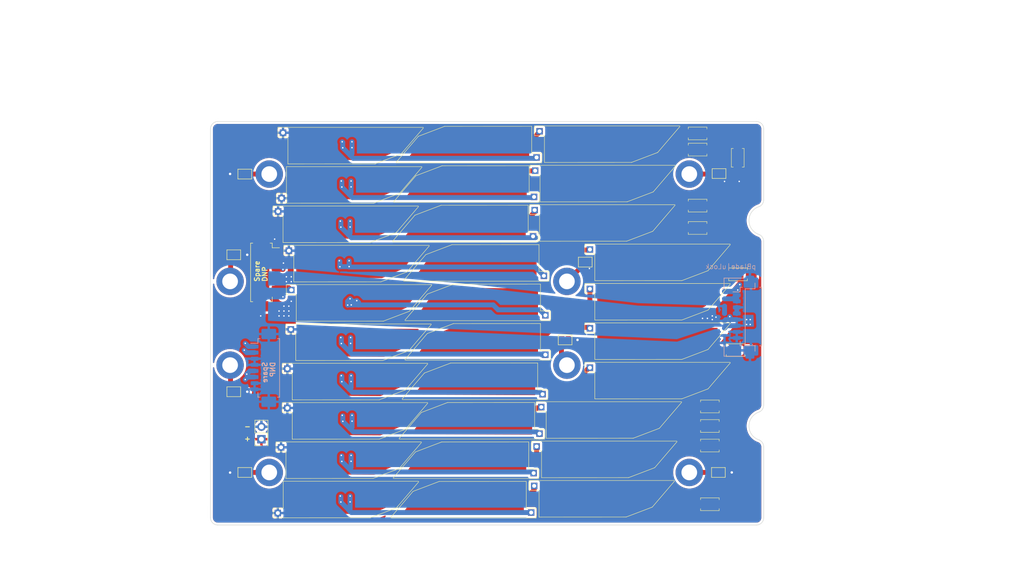
<source format=kicad_pcb>
(kicad_pcb (version 20240108) (generator "pcbnew") (generator_version "8.0")
  (title_block (title "TrisolX 1.25U Solar Panel") (date "2024-08-27") (rev "1") (company "CalgaryToSpace"))
  (layers (0 "F.Cu" signal) (31 "B.Cu" signal) (34 "B.Paste" user) (35 "F.Paste" user) (36 "B.SilkS" user "B.Silkscreen") (37 "F.SilkS" user "F.Silkscreen") (38 "B.Mask" user) (39 "F.Mask" user) (44 "Edge.Cuts" user))
  (net 0 "")
  (net 1 "+VDC")
  (net 2 "GND")
  (net 3 "Net-(SC1-+)")
  (net 4 "Net-(SC1--)")
  (net 5 "Net-(SC4-+)")
  (net 6 "Net-(SC2--)")
  (net 7 "Net-(SC7-+)")
  (net 8 "Net-(SC4--)")
  (net 9 "Net-(SC10-+)")
  (net 10 "Net-(SC5--)")
  (net 11 "Net-(SC13-+)")
  (net 12 "Net-(SC16-+)")
  (net 13 "Net-(SC8--)")
  (net 14 "Net-(SC19-+)")
  (net 15 "Net-(SC7--)")
  (net 16 "Net-(SC22-+)")
  (net 17 "Net-(SC10--)")
  (net 18 "Net-(SC11--)")
  (net 19 "Net-(SC25-+)")
  (net 20 "Net-(SC13--)")
  (net 21 "Net-(SC28-+)")
  (net 22 "Net-(SC14--)")
  (net 23 "Net-(SC16--)")
  (net 24 "Net-(SC17--)")
  (net 25 "Net-(SC19--)")
  (net 26 "Net-(SC20--)")
  (net 27 "Net-(SC22--)")
  (net 28 "Net-(SC23--)")
  (net 29 "Net-(JP3-A)")
  (net 30 "Net-(JP4-A)")
  (net 31 "Net-(JP7-A)")
  (net 32 "Net-(JP8-A)")
  (net 33 "Net-(SC25--)")
  (net 34 "Net-(SC26--)")
  (net 35 "Net-(SC28--)")
  (net 36 "Net-(SC29--)")
  (net 37 "Net-(JP1-A)")
  (net 38 "Net-(JP2-A)")
  (net 39 "Net-(JP5-A)")
  (net 40 "Net-(JP6-A)")
  (footprint "Connector_Molex:Molex_PicoBlade_53261-0871_1x08-1MP_P1.25mm_Horizontal" (layer "F.Cu") (at 85.9 105.6 -90)
    (property "Reference" "J3" (hide yes))
    (property "Value" "Conn_01x08_MountingPin")
  )
  (footprint "Solar Panel Library:TrisolX Solar Wings" (layer "F.Cu") (at 132.9 111.866664 90)
    (property "Reference" "SC14" (hide yes))
    (property "Value" "Solar_Cell" (hide yes))
  )
  (footprint "Solar Panel Library:TrisolX Solar Wings" (layer "F.Cu") (at 151.7125 95.36111 -90)
    (property "Reference" "SC7" (hide yes))
    (property "Value" "Solar_Cell" (hide yes))
  )
  (footprint "Solar Panel Library:PMEG10020AELPX" (layer "F.Cu") (at 177 141 180)
    (property "Reference" "D9" (hide yes))
    (property "Value" "PMEG10020AELPX" (hide yes))
  )
  (footprint "Solar Panel Library:TrisolX Solar Wings" (layer "F.Cu") (at 130.3875 95.733332 90)
    (property "Reference" "SC8" (hide yes))
    (property "Value" "Solar_Cell" (hide yes))
  )
  (footprint "MountingHole:MountingHole_3.2mm_M3_DIN965_Pad" (layer "F.Cu") (at 147.8 124.56)
    (property "Reference" "H6" (hide yes))
    (property "Value" "MountingHole_Pad" (hide yes))
  )
  (footprint "Solar Panel Library:TrisolX Solar Wings" (layer "F.Cu") (at 131.1 79.6 90)
    (property "Reference" "SC2" (hide yes))
    (property "Value" "Solar_Cell" (hide yes))
  )
  (footprint "Solar Panel Library:TrisolX Solar Wings" (layer "F.Cu") (at 163 103.416665 -90)
    (property "Reference" "SC10" (hide yes))
    (property "Value" "Solar_Cell" (hide yes))
  )
  (footprint "Jumper:SolderJumper-2_P1.3mm_Open_Pad1.0x1.5mm" (layer "F.Cu") (at 79.75 130)
    (property "Reference" "JP2" (hide yes))
    (property "Value" "Jumper_2_Open" (hide yes))
  )
  (footprint "Solar Panel Library:TrisolX Solar Wings" (layer "F.Cu") (at 132.3268 127.999996 90)
    (property "Reference" "SC20" (hide yes))
    (property "Value" "Solar_Cell" (hide yes))
  )
  (footprint "MountingHole:MountingHole_3.2mm_M3_DIN965_Pad" (layer "F.Cu") (at 87 85.5)
    (property "Reference" "H3" (hide yes))
    (property "Value" "MountingHole_Pad" (hide yes))
  )
  (footprint "Jumper:SolderJumper-2_P1.3mm_Open_Pad1.0x1.5mm" (layer "F.Cu") (at 82 85.5 180)
    (property "Reference" "JP3" (hide yes))
    (property "Value" "Jumper_2_Open" (hide yes))
  )
  (footprint "MountingHole:MountingHole_3.2mm_M3_DIN965_Pad" (layer "F.Cu") (at 147.8 107.44)
    (property "Reference" "H5" (hide yes))
    (property "Value" "MountingHole_Pad" (hide yes))
  )
  (footprint "Solar Panel Library:TrisolX Solar Wings" (layer "F.Cu") (at 151.6125 151.749995 -90)
    (property "Reference" "SC28" (hide yes))
    (property "Value" "Solar_Cell" (hide yes))
  )
  (footprint "Solar Panel Library:TrisolX Solar Wings" (layer "F.Cu") (at 130.5 144.133328 90)
    (property "Reference" "SC26" (hide yes))
    (property "Value" "Solar_Cell" (hide yes))
  )
  (footprint "Solar Panel Library:TrisolX Solar Wings" (layer "F.Cu") (at 99.9125 143.861104 -90)
    (property "Reference" "SC27" (hide yes))
    (property "Value" "Solar_Cell" (hide yes))
  )
  (footprint "Solar Panel Library:TrisolX Solar Wings" (layer "F.Cu") (at 101.9125 119.74444 -90)
    (property "Reference" "SC18" (hide yes))
    (property "Value" "Solar_Cell" (hide yes))
  )
  (footprint "MountingHole:MountingHole_3.2mm_M3_DIN965_Pad" (layer "F.Cu") (at 172.8 85.5)
    (property "Reference" "H7" (hide yes))
    (property "Value" "MountingHole_Pad" (hide yes))
  )
  (footprint "Jumper:SolderJumper-2_P1.3mm_Open_Pad1.0x1.5mm" (layer "F.Cu") (at 178.8756 85.393)
    (property "Reference" "JP7" (hide yes))
    (property "Value" "Jumper_2_Open" (hide yes))
  )
  (footprint "Solar Panel Library:TrisolX Solar Wings" (layer "F.Cu") (at 132.6 103.799998 90)
    (property "Reference" "SC11" (hide yes))
    (property "Value" "Solar_Cell" (hide yes))
  )
  (footprint "Solar Panel Library:TrisolX Solar Wings" (layer "F.Cu") (at 130 152.199994 90)
    (property "Reference" "SC29" (hide yes))
    (property "Value" "Solar_Cell" (hide yes))
  )
  (footprint "Jumper:SolderJumper-2_P1.3mm_Open_Pad1.0x1.5mm" (layer "F.Cu") (at 79.75 102)
    (property "Reference" "JP1" (hide yes))
    (property "Value" "Jumper_2_Open" (hide yes))
  )
  (footprint "MountingHole:MountingHole_3.2mm_M3_DIN965_Pad" (layer "F.Cu") (at 172.8 146.5)
    (property "Reference" "H8" (hide yes))
    (property "Value" "MountingHole_Pad" (hide yes))
  )
  (footprint "Solar Panel Library:PMEG10020AELPX" (layer "F.Cu") (at 182.696 82.1672 -90)
    (property "Reference" "D11" (hide yes))
    (property "Value" "PMEG10020AELPX" (hide yes))
  )
  (footprint "Solar Panel Library:PMEG10020AELPX" (layer "F.Cu") (at 174.5 96.5182 180)
    (property "Reference" "D4" (hide yes))
    (property "Value" "PMEG10020AELPX" (hide yes))
  )
  (footprint "Jumper:SolderJumper-2_P1.3mm_Open_Pad1.0x1.5mm" (layer "F.Cu") (at 147.4333 119.4036)
    (property "Reference" "JP6" (hide yes))
    (property "Value" "Jumper_2_Open" (hide yes))
  )
  (footprint "Solar Panel Library:PMEG10020AELPX" (layer "F.Cu") (at 177 133 180)
    (property "Reference" "D7" (hide yes))
    (property "Value" "PMEG10020AELPX" (hide yes))
  )
  (footprint "MountingHole:MountingHole_3.2mm_M3_DIN965_Pad" (layer "F.Cu") (at 79 124.56)
    (property "Reference" "H2" (hide yes))
    (property "Value" "MountingHole_Pad" (hide yes))
  )
  (footprint "Jumper:SolderJumper-2_P1.3mm_Open_Pad1.0x1.5mm" (layer "F.Cu") (at 82 146.5 180)
    (property "Reference" "JP4" (hide yes))
    (property "Value" "Jumper_2_Open" (hide yes))
  )
  (footprint "Solar Panel Library:TrisolX Solar Wings" (layer "F.Cu") (at 101.5125 103.666664 -90)
    (property "Reference" "SC12" (hide yes))
    (property "Value" "Solar_Cell" (hide yes))
  )
  (footprint "Solar Panel Library:TrisolX Solar Wings" (layer "F.Cu") (at 130.5875 87.666666 90)
    (property "Reference" "SC5" (hide yes))
    (property "Value" "Solar_Cell" (hide yes))
  )
  (footprint "Solar Panel Library:TrisolX Solar Wings" (layer "F.Cu") (at 152.7125 79.25 -90)
    (property "Reference" "SC1" (hide yes))
    (property "Value" "Solar_Cell" (hide yes))
  )
  (footprint "Solar Panel Library:PMEG10020AELPX" (layer "F.Cu") (at 174.5 91.9462 180)
    (property "Reference" "D3" (hide yes))
    (property "Value" "PMEG10020AELPX" (hide yes))
  )
  (footprint "MountingHole:MountingHole_3.2mm_M3_DIN965_Pad" (layer "F.Cu") (at 87 146.5)
    (property "Reference" "H4" (hide yes))
    (property "Value" "MountingHole_Pad" (hide yes))
  )
  (footprint "Solar Panel Library:PMEG10020AELPX" (layer "F.Cu") (at 182.75 106 180)
    (property "Reference" "D5" (hide yes))
    (property "Value" "PMEG10020AELPX" (hide yes))
  )
  (footprint "Connector_PinHeader_2.54mm:PinHeader_2x01_P2.54mm_Vertical" (layer "F.Cu") (at 85.4 139.7 90)
    (property "Reference" "J4" (hide yes))
    (property "Value" "Conn_01x02")
  )
  (footprint "Solar Panel Library:TrisolX Solar Wings" (layer "F.Cu") (at 102.0125 111.705552 -90)
    (property "Reference" "SC15" (hide yes))
    (property "Value" "Solar_Cell" (hide yes))
  )
  (footprint "Solar Panel Library:TrisolX Solar Wings" (layer "F.Cu") (at 100.3125 79.55 -90)
    (property "Reference" "SC3" (hide yes))
    (property "Value" "Solar_Cell" (hide yes))
  )
  (footprint "Solar Panel Library:TrisolX Solar Wings" (layer "F.Cu") (at 153.0625 135.638885 -90)
    (property "Reference" "SC22" (hide yes))
    (property "Value" "Solar_Cell" (hide yes))
  )
  (footprint "Solar Panel Library:TrisolX Solar Wings" (layer "F.Cu") (at 163 119.527775 -90)
    (property "Reference" "SC16" (hide yes))
    (property "Value" "Solar_Cell" (hide yes))
  )
  (footprint "Jumper:SolderJumper-2_P1.3mm_Open_Pad1.0x1.5mm" (layer "F.Cu") (at 178.744 146.5)
    (property "Reference" "JP8" (hide yes))
    (property "Value" "Jumper_2_Open" (hide yes))
  )
  (footprint "Solar Panel Library:TrisolX Solar Wings" (layer "F.Cu") (at 163 111.47222 -90)
    (property "Reference" "SC13" (hide yes))
    (property "Value" "Solar_Cell" (hide yes))
  )
  (footprint "Jumper:SolderJumper-2_P1.3mm_Open_Pad1.0x1.5mm" (layer "F.Cu") (at 151.55 103.5)
    (property "Reference" "JP5" (hide yes))
    (property "Value" "Jumper_2_Open" (hide yes))
  )
  (footprint "Solar Panel Library:TrisolX Solar Wings" (layer "F.Cu") (at 99.3125 95.627776 -90)
    (property "Reference" "SC9" (hide yes))
    (property "Value" "Solar_Cell" (hide yes))
  )
  (footprint "Solar Panel Library:TrisolX Solar Wings" (layer "F.Cu") (at 101.2 135.822216 -90)
    (property "Reference" "SC24" (hide yes))
    (property "Value" "Solar_Cell" (hide yes))
  )
  (footprint "Solar Panel Library:PMEG10020AELPX" (layer "F.Cu") (at 177 137 180)
    (property "Reference" "D8" (hide yes))
    (property "Value" "PMEG10020AELPX" (hide yes))
  )
  (footprint "Solar Panel Library:TrisolX Solar Wings" (layer "F.Cu") (at 100.0125 87.588888 -90)
    (property "Reference" "SC6" (hide yes))
    (property "Value" "Solar_Cell" (hide yes))
  )
  (footprint "Solar Panel Library:PMEG10020AELPX" (layer "F.Cu") (at 177 153 180)
    (property "Reference" "D10" (hide yes))
    (property "Value" "PMEG10020AELPX" (hide yes))
  )
  (footprint "Solar Panel Library:TrisolX Solar Wings" (layer "F.Cu") (at 152.1125 143.69444 -90)
    (property "Reference" "SC25" (hide yes))
    (property "Value" "Solar_Cell" (hide yes))
  )
  (footprint "Solar Panel Library:TrisolX Solar Wings" (layer "F.Cu") (at 163 127.58333 -90)
    (property "Reference" "SC19" (hide yes))
    (property "Value" "Solar_Cell" (hide yes))
  )
  (footprint "Solar Panel Library:PMEG10020AELPX" (layer "F.Cu") (at 174.5 80.4908 180)
    (property "Reference" "D2" (hide yes))
    (property "Value" "PMEG10020AELPX" (hide yes))
  )
  (footprint "MountingHole:MountingHole_3.2mm_M3_DIN965_Pad" (layer "F.Cu") (at 79 107.44)
    (property "Reference" "H1" (hide yes))
    (property "Value" "MountingHole_Pad" (hide yes))
  )
  (footprint "Solar Panel Library:TrisolX Solar Wings" (layer "F.Cu") (at 151.8125 87.305555 -90)
    (property "Reference" "SC4" (hide yes))
    (property "Value" "Solar_Cell" (hide yes))
  )
  (footprint "Solar Panel Library:TrisolX Solar Wings" (layer "F.Cu") (at 99.35 151.9 -90)
    (property "Reference" "SC30" (hide yes))
    (property "Value" "Solar_Cell" (hide yes))
  )
  (footprint "Solar Panel Library:TrisolX Solar Wings" (layer "F.Cu") (at 101.2 127.783328 -90)
    (property "Reference" "SC21" (hide yes))
    (property "Value" "Solar_Cell" (hide yes))
  )
  (footprint "Solar Panel Library:TrisolX Solar Wings" (layer "F.Cu") (at 131.7 136.066662 90)
    (property "Reference" "SC23" (hide yes))
    (property "Value" "Solar_Cell" (hide yes))
  )
  (footprint "Solar Panel Library:PMEG10020AELPX" (layer "F.Cu") (at 174.5 77.1888 180)
    (property "Reference" "D1" (hide yes))
    (property "Value" "PMEG10020AELPX" (hide yes))
  )
  (footprint "Solar Panel Library:TrisolX Solar Wings" (layer "F.Cu") (at 132.9 119.93333 90)
    (property "Reference" "SC17" (hide yes))
    (property "Value" "Solar_Cell" (hide yes))
  )
  (footprint "Solar Panel Library:PMEG10020AELPX" (layer "F.Cu") (at 182.25 121.5 180)
    (property "Reference" "D6" (hide yes))
    (property "Value" "PMEG10020AELPX" (hide yes))
  )
  (footprint "Connector_Molex:Molex_PicoBlade_53261-0871_1x08-1MP_P1.25mm_Horizontal" (layer "B.Cu") (at 86.4 125.125 -90)
    (property "Reference" "J2" (hide yes))
    (property "Value" "Conn_01x08_MountingPin")
  )
  (footprint "Connector_Molex:Molex_Pico-Lock_504050-0891_1x08-1MP_P1.50mm_Horizontal" (layer "B.Cu") (at 182.795 114.75 -90)
    (property "Reference" "J5" (hide yes))
    (property "Value" "Conn_01x08_MountingPin")
  )
  (footprint "Connector_Molex:Molex_PicoBlade_53261-0871_1x08-1MP_P1.25mm_Horizontal" (layer "B.Cu") (at 184.9 114.625 -90)
    (property "Reference" "J1" (hide yes))
    (property "Value" "Conn_01x08_MountingPin")
  )
  (gr_arc (start 188.00326 155.750895) (mid 187.566795 156.812521) (end 186.506 157.251) (stroke (width 0.1)) (layer "Edge.Cuts"))
  (gr_line (start 188.003273 141.230206) (end 188.00326 155.750895) (stroke (width 0.1)) (layer "Edge.Cuts"))
  (gr_arc (start 186.517406 74.748892) (mid 187.571686 75.190938) (end 188.0046 76.249) (stroke (width 0.1)) (layer "Edge.Cuts"))
  (gr_line (start 76.487194 74.748892) (end 186.517406 74.748892) (stroke (width 0.1)) (layer "Edge.Cuts"))
  (gr_arc (start 187.11 97.870001) (mid 187.743055 98.426499) (end 187.996316 99.230432) (stroke (width 0.1)) (layer "Edge.Cuts"))
  (gr_arc (start 188.003274 132.769797) (mid 187.76 133.559999) (end 187.149835 134.117943) (stroke (width 0.1)) (layer "Edge.Cuts"))
  (gr_arc (start 75 76.249) (mid 75.438379 75.196355) (end 76.487194 74.748892) (stroke (width 0.1)) (layer "Edge.Cuts"))
  (gr_line (start 75 116) (end 75 76.249) (stroke (width 0.1)) (layer "Edge.Cuts"))
  (gr_line (start 186.506 157.251) (end 76.491749 157.251047) (stroke (width 0.1)) (layer "Edge.Cuts"))
  (gr_arc (start 187.149832 139.882054) (mid 184.995166 136.999998) (end 187.149835 134.117945) (stroke (width 0.1)) (layer "Edge.Cuts"))
  (gr_arc (start 76.491749 157.251047) (mid 75.429579 156.805723) (end 74.993421 155.739756) (stroke (width 0.1)) (layer "Edge.Cuts"))
  (gr_arc (start 188.003274 90.779797) (mid 187.76 91.57) (end 187.149835 92.127943) (stroke (width 0.1)) (layer "Edge.Cuts"))
  (gr_line (start 187.996316 99.230432) (end 188.003274 132.769797) (stroke (width 0.1)) (layer "Edge.Cuts"))
  (gr_line (start 188.0046 76.249) (end 188.0046 90.779798) (stroke (width 0.1)) (layer "Edge.Cuts"))
  (gr_line (start 75 116) (end 74.993421 155.739756) (stroke (width 0.1)) (layer "Edge.Cuts"))
  (gr_arc (start 187.11 97.870001) (mid 184.995231 94.98061) (end 187.147114 92.118752) (stroke (width 0.1)) (layer "Edge.Cuts"))
  (gr_arc (start 187.149832 139.882055) (mid 187.76 140.44) (end 188.003273 141.230206) (stroke (width 0.1)) (layer "Edge.Cuts"))
  (gr_text "Spare\nDNP" (at 88.3 123.8 90) (layer "B.SilkS") (effects (font (size 1 1) (thickness 0.2) (bold yes)) (justify left bottom mirror)))
  (gr_text "pBlade|uLock" (at 186.5 105 0) (layer "B.SilkS") (effects (font (size 1 1) (thickness 0.1)) (justify left bottom mirror)))
  (gr_text "-" (at 83.3 137.1 0) (layer "F.SilkS") (effects (font (size 1 1) (thickness 0.2) (bold yes)) (justify right)))
  (gr_text "Spare\nDNP" (at 86.7 107.6 90) (layer "F.SilkS") (effects (font (size 1 1) (thickness 0.2) (bold yes)) (justify left bottom)))
  (gr_text "+" (at 83.3 139.6 0) (layer "F.SilkS") (effects (font (size 1 1) (thickness 0.2) (bold yes)) (justify right)))
  (via (at 183.1 108.1) (size 0.6) (drill 0.3) (layers "F.Cu" "B.Cu") (net 1))
  (via (at 91 114.5) (size 0.6) (drill 0.3) (layers "F.Cu" "B.Cu") (net 1))
  (via (at 184.5 116.25) (size 0.6) (drill 0.3) (layers "F.Cu" "B.Cu") (net 1))
  (via (at 177.5 115.25) (size 0.6) (drill 0.3) (layers "F.Cu" "B.Cu") (net 1))
  (via (at 185.25 115.25) (size 0.6) (drill 0.3) (layers "F.Cu" "B.Cu") (net 1))
  (via (at 90 112.5) (size 0.6) (drill 0.3) (layers "F.Cu" "B.Cu") (net 1))
  (via (at 182.7 109.2) (size 0.6) (drill 0.3) (layers "F.Cu" "B.Cu") (net 1))
  (via (at 82.1 127.5) (size 0.6) (drill 0.3) (layers "F.Cu" "B.Cu") (net 1))
  (via (at 90 113.5) (size 0.6) (drill 0.3) (layers "F.Cu" "B.Cu") (net 1))
  (via (at 89 113.5) (size 0.6) (drill 0.3) (layers "F.Cu" "B.Cu") (net 1))
  (via (at 185.25 116.25) (size 0.6) (drill 0.3) (layers "F.Cu" "B.Cu") (net 1))
  (via (at 90 114.5) (size 0.6) (drill 0.3) (layers "F.Cu" "B.Cu") (net 1))
  (via (at 176.5 115) (size 0.6) (drill 0.3) (layers "F.Cu" "B.Cu") (net 1))
  (via (at 89 114.5) (size 0.6) (drill 0.3) (layers "F.Cu" "B.Cu") (net 1))
  (via (at 178.25 114.75) (size 0.6) (drill 0.3) (layers "F.Cu" "B.Cu") (net 1))
  (via (at 82.1 120.1) (size 0.6) (drill 0.3) (layers "F.Cu" "B.Cu") (net 1))
  (via (at 175.5 115) (size 0.6) (drill 0.3) (layers "F.Cu" "B.Cu") (net 1))
  (via (at 82.4 126.4) (size 0.6) (drill 0.3) (layers "F.Cu" "B.Cu") (net 1))
  (via (at 81.9 121.5) (size 0.6) (drill 0.3) (layers "F.Cu" "B.Cu") (net 1))
  (via (at 184.5 115.25) (size 0.6) (drill 0.3) (layers "F.Cu" "B.Cu") (net 1))
  (via (at 90.5 106.5) (size 0.6) (drill 0.3) (layers "F.Cu" "B.Cu") (net 1))
  (via (at 181.060833 114.639167) (size 0.6) (drill 0.3) (layers "F.Cu" "B.Cu") (net 1))
  (via (at 90.5 107.5) (size 0.6) (drill 0.3) (layers "F.Cu" "B.Cu") (net 1))
  (via (at 91.5 107.5) (size 0.6) (drill 0.3) (layers "F.Cu" "B.Cu") (net 1))
  (via (at 91.5 106.5) (size 0.6) (drill 0.3) (layers "F.Cu" "B.Cu") (net 1))
  (via (at 91.5 111.5) (size 0.6) (drill 0.3) (layers "F.Cu" "B.Cu") (net 1))
  (via (at 91 112.5) (size 0.6) (drill 0.3) (layers "F.Cu" "B.Cu") (net 1))
  (via (at 91 113.5) (size 0.6) (drill 0.3) (layers "F.Cu" "B.Cu") (net 1))
  (via (at 177.5 114.5) (size 0.6) (drill 0.3) (layers "F.Cu" "B.Cu") (net 1))
  (segment (start 182.5 111.5) (end 182.5 109.4) (width 1) (layer "B.Cu") (net 1))
  (segment (start 84 125.75) (end 83.05 125.75) (width 1) (layer "B.Cu") (net 1))
  (segment (start 82.4 122) (end 81.9 121.5) (width 1) (layer "B.Cu") (net 1))
  (segment (start 182.5 115.25) (end 181.1 115.25) (width 1) (layer "B.Cu") (net 1))
  (segment (start 180 109.5) (end 182.4 109.5) (width 1) (layer "B.Cu") (net 1))
  (segment (start 180.5 116.5) (end 180 117) (width 1) (layer "B.Cu") (net 1))
  (segment (start 83.05 125.75) (end 82.4 126.4) (width 1) (layer "B.Cu") (net 1))
  (segment (start 84 122) (end 82.4 122) (width 1) (layer "B.Cu") (net 1))
  (segment (start 84 127) (end 82.6 127) (width 1) (layer "B.Cu") (net 1))
  (segment (start 181.75 111) (end 182.5 110.25) (width 1) (layer "B.Cu") (net 1))
  (segment (start 82.6 127) (end 82.1 127.5) (width 1) (layer "B.Cu") (net 1))
  (segment (start 181.2 116.5) (end 180.5 116.5) (width 1) (layer "B.Cu") (net 1))
  (segment (start 82.75 120.75) (end 82.1 120.1) (width 1) (layer "B.Cu") (net 1))
  (segment (start 182.5 109.4) (end 182.7 109.2) (width 1) (layer "B.Cu") (net 1))
  (segment (start 180.25 115.25) (end 180 115.5) (width 1) (layer "B.Cu") (net 1))
  (segment (start 181.1 115.25) (end 181.1 114.678334) (width 1) (layer "B.Cu") (net 1))
  (segment (start 181.1 115.25) (end 180.25 115.25) (width 1) (layer "B.Cu") (net 1))
  (segment (start 181.1 114.678334) (end 181.060833 114.639167) (width 1) (layer "B.Cu") (net 1))
  (segment (start 182.5 116.5) (end 181.2 116.5) (width 1) (layer "B.Cu") (net 1))
  (segment (start 180 111) (end 181.75 111) (width 1) (layer "B.Cu") (net 1))
  (segment (start 84 120.75) (end 82.75 120.75) (width 1) (layer "B.Cu") (net 1))
  (segment (start 181.7 109.5) (end 180 109.5) (width 1) (layer "B.Cu") (net 1))
  (segment (start 183.1 108.1) (end 181.7 109.5) (width 1) (layer "B.Cu") (net 1))
  (segment (start 182.4 109.5) (end 182.7 109.2) (width 1) (layer "B.Cu") (net 1))
  (segment (start 79.0308 85.5) (end 79 85.4692) (width 1) (layer "F.Cu") (net 2))
  (segment (start 182.696 86.696) (end 183 87) (width 1) (layer "F.Cu") (net 2))
  (segment (start 152.2 103.5) (end 152.2 104.6) (width 1) (layer "F.Cu") (net 2))
  (segment (start 89.875 103.725) (end 89.9 103.7) (width 1) (layer "F.Cu") (net 2))
  (segment (start 87.975 98.675) (end 88.1 98.8) (width 1) (layer "F.Cu") (net 2))
  (segment (start 179.5256 86.5256) (end 180 87) (width 1) (layer "F.Cu") (net 2))
  (segment (start 82.3914 102.0554) (end 80.4776 102.0554) (width 1) (layer "F.Cu") (net 2))
  (segment (start 179.5256 85.393) (end 179.5256 86.5256) (width 1) (layer "F.Cu") (net 2))
  (segment (start 85.25 112.675) (end 85.4 112.525) (width 1) (layer "F.Cu") (net 2))
  (segment (start 88.3 103.725) (end 89.875 103.725) (width 1) (layer "F.Cu") (net 2))
  (segment (start 81.35 85.5) (end 79.0308 85.5) (width 1) (layer "F.Cu") (net 2))
  (segment (start 152.2 104.6) (end 152.4 104.8) (width 1) (layer "F.Cu") (net 2))
  (segment (start 85.4 98.675) (end 87.975 98.675) (width 1) (layer "F.Cu") (net 2))
  (segment (start 88.3 104.975) (end 89.775 104.975) (width 1) (layer "F.Cu") (net 2))
  (segment (start 89.175 109.975) (end 89.8 110.6) (width 1) (layer "F.Cu") (net 2))
  (segment (start 91.5125 109.2818) (end 91.4098 109.2818) (width 1) (layer "F.Cu") (net 2))
  (segment (start 182.696 84.9672) (end 182.696 86.696) (width 1) (layer "F.Cu") (net 2))
  (segment (start 79 146.5308) (end 81.3192 146.5308) (width 1) (layer "F.Cu") (net 2))
  (segment (start 149.7447 119.4036) (end 148.0833 119.4036) (width 1) (layer "F.Cu") (net 2))
  (segment (start 80.4 130) (end 82.5 130) (width 1) (layer "F.Cu") (net 2))
  (segment (start 90.9557 108.725) (end 91.5125 109.2818) (width 1) (layer "F.Cu") (net 2))
  (segment (start 85.25 114.5) (end 85.25 112.675) (width 1) (layer "F.Cu") (net 2))
  (segment (start 88.3 109.975) (end 89.175 109.975) (width 1) (layer "F.Cu") (net 2))
  (segment (start 88.3 108.725) (end 90.9557 108.725) (width 1) (layer "F.Cu") (net 2))
  (segment (start 89.775 104.975) (end 89.8 105) (width 1) (layer "F.Cu") (net 2))
  (segment (start 181.4768 146.5) (end 179.7988 146.5) (width 1) (layer "F.Cu") (net 2))
  (via (at 85.25 114.5) (size 0.6) (drill 0.3) (layers "F.Cu" "B.Cu") (net 2))
  (via (at 180 87) (size 0.6) (drill 0.3) (layers "F.Cu" "B.Cu") (net 2))
  (via (at 88.1 98.8) (size 0.6) (drill 0.3) (layers "F.Cu" "B.Cu") (net 2))
  (via (at 149.9671 119.4036) (size 1) (drill 0.5) (layers "F.Cu" "B.Cu") (net 2))
  (via (at 89.9 103.7) (size 0.6) (drill 0.3) (layers "F.Cu" "B.Cu") (net 2))
  (via (at 82.5 102) (size 1) (drill 0.5) (layers "F.Cu" "B.Cu") (net 2))
  (via (at 183 87) (size 0.6) (drill 0.3) (layers "F.Cu" "B.Cu") (net 2))
  (via (at 82.5 130) (size 1) (drill 0.5) (layers "F.Cu" "B.Cu") (net 2))
  (via (at 89.8 105) (size 0.6) (drill 0.3) (layers "F.Cu" "B.Cu") (net 2))
  (via (at 89.8 110.6) (size 0.6) (drill 0.3) (layers "F.Cu" "B.Cu") (net 2))
  (via (at 181.4768 146.5) (size 1) (drill 0.5) (layers "F.Cu" "B.Cu") (net 2))
  (via (at 152.4 104.8) (size 0.6) (drill 0.3) (layers "F.Cu" "B.Cu") (net 2))
  (via (at 79 146.5308) (size 1) (drill 0.5) (layers "F.Cu" "B.Cu") (net 2))
  (via (at 79 85.4692) (size 1) (drill 0.5) (layers "F.Cu" "B.Cu") (net 2))
  (segment (start 89.8 110.6) (end 84.85 110.6) (width 1) (layer "B.Cu") (net 2))
  (segment (start 84.85 110.6) (end 84.75 110.5) (width 1) (layer "B.Cu") (net 2))
  (segment (start 180 114) (end 180 112.5) (width 1) (layer "B.Cu") (net 2))
  (segment (start 85.2182 109.2818) (end 85 109.5) (width 1) (layer "B.Cu") (net 2))
  (segment (start 182.5 114) (end 182.5 112.75) (width 1) (layer "B.Cu") (net 2))
  (segment (start 91.5125 109.2818) (end 85.2182 109.2818) (width 1) (layer "B.Cu") (net 2))
  (segment (start 170.9798 77.1888) (end 170.5226 77.646) (width 1) (layer "F.Cu") (net 3))
  (segment (start 170.5226 77.646) (end 160.393 77.646) (width 1) (layer "F.Cu") (net 3))
  (segment (start 160.393 77.646) (end 158.615 79.424) (width 1) (layer "F.Cu") (net 3))
  (segment (start 142.3608 76.8328) (end 142.3366 76.8086) (width 1) (layer "F.Cu") (net 4))
  (segment (start 142.3092 76.8086) (end 139.0698 80.048) (width 1) (layer "F.Cu") (net 4))
  (segment (start 139.0698 80.048) (end 129.5066 80.048) (width 1) (layer "F.Cu") (net 4))
  (segment (start 142.3366 76.8086) (end 142.3092 76.8086) (width 1) (layer "F.Cu") (net 4))
  (segment (start 154.6532 86.9464) (end 162.9816 86.9464) (width 1) (layer "F.Cu") (net 5))
  (segment (start 162.9816 86.9464) (end 169.4372 80.4908) (width 1) (layer "F.Cu") (net 5))
  (segment (start 169.4372 80.4908) (end 170.9552 80.4908) (width 1) (layer "F.Cu") (net 5))
  (via (at 101.9 78.9) (size 0.6) (drill 0.3) (layers "F.Cu" "B.Cu") (net 6))
  (via (at 103.9 80.1) (size 0.6) (drill 0.3) (layers "F.Cu" "B.Cu") (net 6))
  (via (at 102.0108 80.129) (size 0.6) (drill 0.3) (layers "F.Cu" "B.Cu") (net 6))
  (via (at 103.9 78.9) (size 0.6) (drill 0.3) (layers "F.Cu" "B.Cu") (net 6))
  (segment (start 102.0108 80.129) (end 102.0108 79.0108) (width 1) (layer "B.Cu") (net 6))
  (segment (start 103.9 80.1) (end 103.9 81.3) (width 1) (layer "B.Cu") (net 6))
  (segment (start 102.0108 79.0108) (end 101.9 78.9) (width 1) (layer "B.Cu") (net 6))
  (segment (start 141.6 82.1) (end 141.417 82.283) (width 1) (layer "B.Cu") (net 6))
  (segment (start 103.9 81.3) (end 103.5409 81.6591) (width 1) (layer "B.Cu") (net 6))
  (segment (start 103.5409 81.6591) (end 102.0108 80.129) (width 1) (layer "B.Cu") (net 6))
  (segment (start 141.417 82.283) (end 104.1648 82.283) (width 1) (layer "B.Cu") (net 6))
  (segment (start 104.1648 82.283) (end 103.5409 81.6591) (width 1) (layer "B.Cu") (net 6))
  (segment (start 103.9 78.9) (end 103.9 80.1) (width 1) (layer "B.Cu") (net 6))
  (segment (start 170.2522 93.394) (end 171.7 91.9462) (width 1) (layer "F.Cu") (net 7))
  (segment (start 156.45 95.377) (end 158.433 93.394) (width 1) (layer "F.Cu") (net 7))
  (segment (start 158.433 93.394) (end 170.2522 93.394) (width 1) (layer "F.Cu") (net 7))
  (segment (start 131.25 84.85) (end 140.7125 84.85) (width 1) (layer "F.Cu") (net 8))
  (segment (start 128.9 87.2) (end 131.25 84.85) (width 1) (layer "F.Cu") (net 8))
  (segment (start 164.7636 103.5032) (end 171.7 96.5668) (width 1) (layer "F.Cu") (net 9))
  (segment (start 171.7 96.5668) (end 171.7 96.5182) (width 1) (layer "F.Cu") (net 9))
  (segment (start 163.4032 103.5032) (end 164.7636 103.5032) (width 1) (layer "F.Cu") (net 9))
  (via (at 103.7172 88.117) (size 0.6) (drill 0.3) (layers "F.Cu" "B.Cu") (net 10))
  (via (at 103.7172 86.917) (size 0.6) (drill 0.3) (layers "F.Cu" "B.Cu") (net 10))
  (via (at 101.7172 86.917) (size 0.6) (drill 0.3) (layers "F.Cu" "B.Cu") (net 10))
  (via (at 101.828 88.146) (size 0.6) (drill 0.3) (layers "F.Cu" "B.Cu") (net 10))
  (segment (start 140.954166 90.3) (end 103.982 90.3) (width 1) (layer "B.Cu") (net 10))
  (segment (start 103.7172 86.917) (end 103.7172 88.117) (width 1) (layer "B.Cu") (net 10))
  (segment (start 103.7172 88.117) (end 103.7172 89.317) (width 1) (layer "B.Cu") (net 10))
  (segment (start 141.0875 90.166666) (end 140.954166 90.3) (width 1) (layer "B.Cu") (net 10))
  (segment (start 103.7172 89.317) (end 103.3581 89.6761) (width 1) (layer "B.Cu") (net 10))
  (segment (start 101.828 88.146) (end 101.828 87.0278) (width 1) (layer "B.Cu") (net 10))
  (segment (start 103.982 90.3) (end 103.3581 89.6761) (width 1) (layer "B.Cu") (net 10))
  (segment (start 103.3581 89.6761) (end 101.828 88.146) (width 1) (layer "B.Cu") (net 10))
  (segment (start 175.03 110.92) (end 166.287 110.92) (width 1) (layer "F.Cu") (net 11))
  (segment (start 179.95 106) (end 175.03 110.92) (width 1) (layer "F.Cu") (net 11))
  (segment (start 179.362 121.412) (end 166.262 121.412) (width 1) (layer "F.Cu") (net 12))
  (segment (start 179.45 121.5) (end 179.362 121.412) (width 1) (layer "F.Cu") (net 12))
  (segment (start 166.262 121.412) (end 163.65 118.8) (width 1) (layer "F.Cu") (net 12))
  (via (at 103.5172 95.117) (size 0.6) (drill 0.3) (layers "F.Cu" "B.Cu") (net 13))
  (via (at 103.5172 96.317) (size 0.6) (drill 0.3) (layers "F.Cu" "B.Cu") (net 13))
  (via (at 101.628 96.346) (size 0.6) (drill 0.3) (layers "F.Cu" "B.Cu") (net 13))
  (via (at 101.5172 95.117) (size 0.6) (drill 0.3) (layers "F.Cu" "B.Cu") (net 13))
  (segment (start 103.5172 97.517) (end 103.1581 97.8761) (width 1) (layer "B.Cu") (net 13))
  (segment (start 103.1581 97.8761) (end 101.628 96.346) (width 1) (layer "B.Cu") (net 13))
  (segment (start 103.5172 96.317) (end 103.5172 97.517) (width 1) (layer "B.Cu") (net 13))
  (segment (start 103.782 98.5) (end 103.1581 97.8761) (width 1) (layer "B.Cu") (net 13))
  (segment (start 141.418 98.5) (end 103.782 98.5) (width 1) (layer "B.Cu") (net 13))
  (segment (start 103.5172 95.117) (end 103.5172 96.317) (width 1) (layer "B.Cu") (net 13))
  (segment (start 101.628 96.346) (end 101.628 95.2278) (width 1) (layer "B.Cu") (net 13))
  (segment (start 173.592892 133) (end 174.2 133) (width 1) (layer "F.Cu") (net 14))
  (segment (start 168.811288 128.218396) (end 173.592892 133) (width 1) (layer "F.Cu") (net 14))
  (segment (start 162.956 128.218396) (end 168.811288 128.218396) (width 1) (layer "F.Cu") (net 14))
  (segment (start 141.2125 93.2723) (end 138.7198 95.765) (width 1) (layer "F.Cu") (net 15))
  (segment (start 141.2125 92.961332) (end 141.2125 93.2723) (width 1) (layer "F.Cu") (net 15))
  (segment (start 174.2 137) (end 173.901 136.701) (width 1) (layer "F.Cu") (net 16))
  (segment (start 173.901 136.701) (end 159.1216 136.701) (width 1) (layer "F.Cu") (net 16))
  (segment (start 156.1498 133.7292) (end 154.8842 134.9948) (width 1) (layer "F.Cu") (net 16))
  (segment (start 159.1216 136.701) (end 156.1498 133.7292) (width 1) (layer "F.Cu") (net 16))
  (segment (start 143.162002 101.025598) (end 140.0376 104.15) (width 1) (layer "F.Cu") (net 17))
  (segment (start 152.5 100.916665) (end 152.391067 101.025598) (width 1) (layer "F.Cu") (net 17))
  (segment (start 152.391067 101.025598) (end 143.162002 101.025598) (width 1) (layer "F.Cu") (net 17))
  (segment (start 140.0376 104.15) (end 137.9802 104.15) (width 1) (layer "F.Cu") (net 17))
  (via (at 103.3172 104.417) (size 0.6) (drill 0.3) (layers "F.Cu" "B.Cu") (net 18))
  (via (at 101.428 104.446) (size 0.6) (drill 0.3) (layers "F.Cu" "B.Cu") (net 18))
  (via (at 103.3172 103.217) (size 0.6) (drill 0.3) (layers "F.Cu" "B.Cu") (net 18))
  (via (at 101.3172 103.217) (size 0.6) (drill 0.3) (layers "F.Cu" "B.Cu") (net 18))
  (segment (start 101.457 104.417) (end 101.428 104.446) (width 1) (layer "B.Cu") (net 18))
  (segment (start 141.3 104.5) (end 103.2342 104.5) (width 1) (layer "B.Cu") (net 18))
  (segment (start 103.3172 104.417) (end 101.457 104.417) (width 1) (layer "B.Cu") (net 18))
  (segment (start 103.3172 103.217) (end 103.3172 104.417) (width 1) (layer "B.Cu") (net 18))
  (segment (start 101.428 104.446) (end 101.428 103.3278) (width 1) (layer "B.Cu") (net 18))
  (segment (start 143.1 106.3) (end 141.3 104.5) (width 1) (layer "B.Cu") (net 18))
  (segment (start 171.837 141) (end 169.5068 143.3302) (width 1) (layer "F.Cu") (net 19))
  (segment (start 174.2 141) (end 171.837 141) (width 1) (layer "F.Cu") (net 19))
  (segment (start 154.782 143.3302) (end 155.62 142.4922) (width 1) (layer "F.Cu") (net 19))
  (segment (start 169.5068 143.3302) (end 154.782 143.3302) (width 1) (layer "F.Cu") (net 19))
  (segment (start 152.5 111.4488) (end 150.5396 113.4092) (width 1) (layer "F.Cu") (net 20))
  (segment (start 143.6308 111.1994) (end 131.3866 111.1994) (width 1) (layer "F.Cu") (net 20))
  (segment (start 150.5396 113.4092) (end 145.8406 113.4092) (width 1) (layer "F.Cu") (net 20))
  (segment (start 152.5 108.97222) (end 152.5 111.4488) (width 1) (layer "F.Cu") (net 20))
  (segment (start 145.8406 113.4092) (end 143.6308 111.1994) (width 1) (layer "F.Cu") (net 20))
  (segment (start 174.108 152.908) (end 174.2 153) (width 1) (layer "F.Cu") (net 21))
  (segment (start 160.638 152.908) (end 174.108 152.908) (width 1) (layer "F.Cu") (net 21))
  (via (at 103.75 112.25) (size 0.6) (drill 0.3) (layers "F.Cu" "B.Cu") (net 22))
  (via (at 103.5 111) (size 0.6) (drill 0.3) (layers "F.Cu" "B.Cu") (net 22))
  (via (at 104.875 111.375) (size 0.6) (drill 0.3) (layers "F.Cu" "B.Cu") (net 22))
  (via (at 103.0125 112.2818) (size 0.6) (drill 0.3) (layers "F.Cu" "B.Cu") (net 22))
  (segment (start 132.75 112.25) (end 105.25 112.25) (width 1) (layer "B.Cu") (net 22))
  (segment (start 104 111.5) (end 104.75 111.5) (width 1) (layer "B.Cu") (net 22))
  (segment (start 143.4 114.4) (end 142.25 113.25) (width 1) (layer "B.Cu") (net 22))
  (segment (start 104.875 111.375) (end 105.25 111.75) (width 1) (layer "B.Cu") (net 22))
  (segment (start 103.75 112.25) (end 103.0443 112.25) (width 1) (layer "B.Cu") (net 22))
  (segment (start 103.0125 111.4875) (end 103.0125 112.2818) (width 1) (layer "B.Cu") (net 22))
  (segment (start 103.5 111) (end 104 111.5) (width 1) (layer "B.Cu") (net 22))
  (segment (start 105.25 111.75) (end 105.25 112.25) (width 1) (layer "B.Cu") (net 22))
  (segment (start 104.75 111.5) (end 104.875 111.375) (width 1) (layer "B.Cu") (net 22))
  (segment (start 142.25 113.25) (end 133.75 113.25) (width 1) (layer "B.Cu") (net 22))
  (segment (start 105.25 112.25) (end 103.75 112.25) (width 1) (layer "B.Cu") (net 22))
  (segment (start 103.5 111) (end 103.0125 111.4875) (width 1) (layer "B.Cu") (net 22))
  (segment (start 103.0443 112.25) (end 103.0125 112.2818) (width 1) (layer "B.Cu") (net 22))
  (segment (start 133.75 113.25) (end 132.75 112.25) (width 1) (layer "B.Cu") (net 22))
  (segment (start 152.5 117.027775) (end 152.310425 116.8382) (width 1) (layer "F.Cu") (net 23))
  (segment (start 139.7576 118.4) (end 138.2076 119.95) (width 1) (layer "F.Cu") (net 23))
  (segment (start 145.0618 116.8382) (end 143.5 118.4) (width 1) (layer "F.Cu") (net 23))
  (segment (start 152.310425 116.8382) (end 145.0618 116.8382) (width 1) (layer "F.Cu") (net 23))
  (segment (start 143.5 118.4) (end 139.7576 118.4) (width 1) (layer "F.Cu") (net 23))
  (via (at 103.6172 120.117) (size 0.6) (drill 0.3) (layers "F.Cu" "B.Cu") (net 24))
  (via (at 101.728 120.146) (size 0.6) (drill 0.3) (layers "F.Cu" "B.Cu") (net 24))
  (via (at 101.6172 118.917) (size 0.6) (drill 0.3) (layers "F.Cu" "B.Cu") (net 24))
  (via (at 103.6172 118.917) (size 0.6) (drill 0.3) (layers "F.Cu" "B.Cu") (net 24))
  (segment (start 103.2581 121.6761) (end 101.728 120.146) (width 1) (layer "B.Cu") (net 24))
  (segment (start 142.7368 122.500775) (end 143.4 122.500775) (width 1) (layer "B.Cu") (net 24))
  (segment (start 103.882 122.3) (end 103.2581 121.6761) (width 1) (layer "B.Cu") (net 24))
  (segment (start 101.728 120.146) (end 101.728 119.0278) (width 1) (layer "B.Cu") (net 24))
  (segment (start 103.6172 118.917) (end 103.6172 120.117) (width 1) (layer "B.Cu") (net 24))
  (segment (start 143.4 122.500775) (end 143.199225 122.3) (width 1) (layer "B.Cu") (net 24))
  (segment (start 103.6172 120.117) (end 103.6172 121.317) (width 1) (layer "B.Cu") (net 24))
  (segment (start 143.199225 122.3) (end 103.882 122.3) (width 1) (layer "B.Cu") (net 24))
  (segment (start 103.6172 121.317) (end 103.2581 121.6761) (width 1) (layer "B.Cu") (net 24))
  (segment (start 152.25 125.15) (end 151.456 125.944) (width 1) (layer "F.Cu") (net 25))
  (segment (start 151.456 128.4948) (end 149.9808 129.97) (width 1) (layer "F.Cu") (net 25))
  (segment (start 149.9808 129.97) (end 146.0438 129.97) (width 1) (layer "F.Cu") (net 25))
  (segment (start 143.9238 127.85) (end 131.34 127.85) (width 1) (layer "F.Cu") (net 25))
  (segment (start 151.456 125.944) (end 151.456 128.4948) (width 1) (layer "F.Cu") (net 25))
  (segment (start 146.0438 129.97) (end 143.9238 127.85) (width 1) (layer "F.Cu") (net 25))
  (via (at 103.7172 127.917) (size 0.6) (drill 0.3) (layers "F.Cu" "B.Cu") (net 26))
  (via (at 101.828 127.946) (size 0.6) (drill 0.3) (layers "F.Cu" "B.Cu") (net 26))
  (via (at 101.7172 126.717) (size 0.6) (drill 0.3) (layers "F.Cu" "B.Cu") (net 26))
  (via (at 103.7172 126.717) (size 0.6) (drill 0.3) (layers "F.Cu" "B.Cu") (net 26))
  (segment (start 103.7172 127.917) (end 103.7172 129.117) (width 1) (layer "B.Cu") (net 26))
  (segment (start 103.982 130.1) (end 103.3581 129.4761) (width 1) (layer "B.Cu") (net 26))
  (segment (start 103.3581 129.4761) (end 101.828 127.946) (width 1) (layer "B.Cu") (net 26))
  (segment (start 142.38247 130.1) (end 103.982 130.1) (width 1) (layer "B.Cu") (net 26))
  (segment (start 103.7172 129.117) (end 103.3581 129.4761) (width 1) (layer "B.Cu") (net 26))
  (segment (start 101.828 127.946) (end 101.828 126.8278) (width 1) (layer "B.Cu") (net 26))
  (segment (start 103.7172 126.717) (end 103.7172 127.917) (width 1) (layer "B.Cu") (net 26))
  (segment (start 142.8268 130.54433) (end 142.38247 130.1) (width 1) (layer "B.Cu") (net 26))
  (segment (start 141.6724 133.3) (end 139.0188 135.9536) (width 1) (layer "F.Cu") (net 27))
  (segment (start 139.0188 135.9536) (end 131.4464 135.9536) (width 1) (layer "F.Cu") (net 27))
  (segment (start 142.5625 133.3) (end 141.6724 133.3) (width 1) (layer "F.Cu") (net 27))
  (via (at 103.9172 134.817) (size 0.6) (drill 0.3) (layers "F.Cu" "B.Cu") (net 28))
  (via (at 101.9172 134.817) (size 0.6) (drill 0.3) (layers "F.Cu" "B.Cu") (net 28))
  (via (at 102.028 136.046) (size 0.6) (drill 0.3) (layers "F.Cu" "B.Cu") (net 28))
  (via (at 103.9172 136.017) (size 0.6) (drill 0.3) (layers "F.Cu" "B.Cu") (net 28))
  (segment (start 102.028 136.046) (end 102.028 134.9278) (width 1) (layer "B.Cu") (net 28))
  (segment (start 103.9172 134.817) (end 103.9172 136.017) (width 1) (layer "B.Cu") (net 28))
  (segment (start 103.9172 137.217) (end 103.5581 137.5761) (width 1) (layer "B.Cu") (net 28))
  (segment (start 104.182 138.2) (end 103.5581 137.5761) (width 1) (layer "B.Cu") (net 28))
  (segment (start 103.5581 137.5761) (end 102.028 136.046) (width 1) (layer "B.Cu") (net 28))
  (segment (start 142.2 138.75) (end 141.65 138.2) (width 1) (layer "B.Cu") (net 28))
  (segment (start 103.9172 136.017) (end 103.9172 137.217) (width 1) (layer "B.Cu") (net 28))
  (segment (start 141.65 138.2) (end 104.182 138.2) (width 1) (layer "B.Cu") (net 28))
  (segment (start 87 85.5) (end 82.65 85.5) (width 1) (layer "F.Cu") (net 29))
  (segment (start 83.2296 146.4546) (end 83.275 146.5) (width 1) (layer "F.Cu") (net 30))
  (segment (start 83.275 146.5) (end 86.6 146.5) (width 1) (layer "F.Cu") (net 30))
  (segment (start 178.1186 85.5) (end 178.2256 85.393) (width 1) (layer "F.Cu") (net 31))
  (segment (start 172.8 85.5) (end 178.1186 85.5) (width 1) (layer "F.Cu") (net 31))
  (segment (start 173.3 146.5) (end 178.094 146.5) (width 1) (layer "F.Cu") (net 32))
  (segment (start 141.6125 142.7325) (end 140.595 143.75) (width 1) (layer "F.Cu") (net 33))
  (segment (start 141.6125 141.45) (end 141.6125 142.7325) (width 1) (layer "F.Cu") (net 33))
  (segment (start 140.595 143.75) (end 131.45 143.75) (width 1) (layer "F.Cu") (net 33))
  (via (at 101.828 144.246) (size 0.6) (drill 0.3) (layers "F.Cu" "B.Cu") (net 34))
  (via (at 101.7172 143.017) (size 0.6) (drill 0.3) (layers "F.Cu" "B.Cu") (net 34))
  (via (at 103.7172 144.217) (size 0.6) (drill 0.3) (layers "F.Cu" "B.Cu") (net 34))
  (via (at 103.7172 143.017) (size 0.6) (drill 0.3) (layers "F.Cu" "B.Cu") (net 34))
  (segment (start 103.7172 144.217) (end 103.7172 145.417) (width 1) (layer "B.Cu") (net 34))
  (segment (start 103.982 146.4) (end 103.3581 145.7761) (width 1) (layer "B.Cu") (net 34))
  (segment (start 103.7172 143.017) (end 103.7172 144.217) (width 1) (layer "B.Cu") (net 34))
  (segment (start 140.76856 146.4) (end 103.982 146.4) (width 1) (layer "B.Cu") (net 34))
  (segment (start 141 146.63144) (end 140.76856 146.4) (width 1) (layer "B.Cu") (net 34))
  (segment (start 103.3581 145.7761) (end 101.828 144.246) (width 1) (layer "B.Cu") (net 34))
  (segment (start 103.7172 145.417) (end 103.3581 145.7761) (width 1) (layer "B.Cu") (net 34))
  (segment (start 101.828 144.246) (end 101.828 143.1278) (width 1) (layer "B.Cu") (net 34))
  (segment (start 141.1125 150.0797) (end 139.0922 152.1) (width 1) (layer "F.Cu") (net 35))
  (segment (start 139.0922 152.1) (end 131.25 152.1) (width 1) (layer "F.Cu") (net 35))
  (segment (start 141.1125 149.25) (end 141.1125 150.0797) (width 1) (layer "F.Cu") (net 35))
  (via (at 101.5172 151.317) (size 0.6) (drill 0.3) (layers "F.Cu" "B.Cu") (net 36))
  (via (at 103.5172 151.317) (size 0.6) (drill 0.3) (layers "F.Cu" "B.Cu") (net 36))
  (via (at 101.628 152.546) (size 0.6) (drill 0.3) (layers "F.Cu" "B.Cu") (net 36))
  (via (at 103.5172 152.517) (size 0.6) (drill 0.3) (layers "F.Cu" "B.Cu") (net 36))
  (segment (start 103.5172 152.517) (end 103.5172 154.4352) (width 1) (layer "B.Cu") (net 36))
  (segment (start 103.782 154.7) (end 103.1581 154.0761) (width 1) (layer "B.Cu") (net 36))
  (segment (start 140.4 154.6) (end 140.5 154.7) (width 1) (layer "B.Cu") (net 36))
  (segment (start 140.2 154.6) (end 140.4 154.6) (width 1) (layer "B.Cu") (net 36))
  (segment (start 103.1581 154.0761) (end 101.628 152.546) (width 1) (layer "B.Cu") (net 36))
  (segment (start 103.5172 151.317) (end 103.5172 152.517) (width 1) (layer "B.Cu") (net 36))
  (segment (start 140.5 154.7) (end 103.782 154.7) (width 1) (layer "B.Cu") (net 36))
  (segment (start 101.628 152.546) (end 101.628 151.4278) (width 1) (layer "B.Cu") (net 36))
  (segment (start 103.5172 154.4352) (end 103.1581 154.0761) (width 1) (layer "B.Cu") (net 36))
  (segment (start 79.1148 102.0148) (end 79.1148 105.0852) (width 1) (layer "F.Cu") (net 37))
  (segment (start 79.0894 129.9894) (end 79.0894 125.8894) (width 1) (layer "F.Cu") (net 38))
  (segment (start 150.9 104.34) (end 147.8 107.44) (width 1) (layer "F.Cu") (net 39))
  (segment (start 150.9 103.5) (end 150.9 104.34) (width 1) (layer "F.Cu") (net 39))
  (segment (start 146.685 120.381) (end 146.685 124.685) (width 1) (layer "F.Cu") (net 40))
  (zone (net 1) (net_name "+VDC") (layer "F.Cu") (connect_pads (clearance 0.5)) (min_thickness 0.25) (fill yes (thermal_gap 0.5) (thermal_bridge_width 0.5))
    (polygon (pts (xy 70.9 72.3) (xy 192.2 71.3) (xy 195.3 161.4) (xy 64.7 161.3)))
  )
  (zone (net 1) (net_name "+VDC") (layer "B.Cu") (priority 2) (connect_pads (clearance 0.5)) (min_thickness 0.25) (fill yes (thermal_gap 0.5) (thermal_bridge_width 0.5))
    (polygon (pts (xy 185.90291 114.289754) (xy 186.00291 116.689754) (xy 178.00291 116.689754) (xy 170.25 119.25) (xy 86.75 115.5) (xy 86.80291 105.389754) (xy 92.20291 105.389754) (xy 128.90291 108.589754) (xy 162.30291 112.389754) (xy 178.20291 112.889754) (xy 178.30291 114.189754) (xy 178.50291 114.289754)))
  )
  (zone (net 2) (net_name "GND") (layer "B.Cu") (priority 1) (connect_pads (clearance 0.5)) (min_thickness 0.25) (fill yes (thermal_gap 0.5) (thermal_bridge_width 0.5))
    (polygon (pts (xy 70.9 72.3) (xy 192.2 71.3) (xy 195.3 161.4) (xy 64.7 161.3)))
  )
)
</source>
